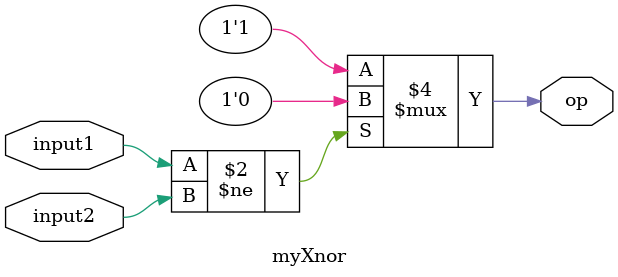
<source format=sv>
module myXnor(input1, input2, op);
    input input1, input2;
    output reg op;
    
    always @(input1, input2)
    begin
        if (input1 != input2)
            op = 0;
        else
            op = 1;
    end
endmodule
</source>
